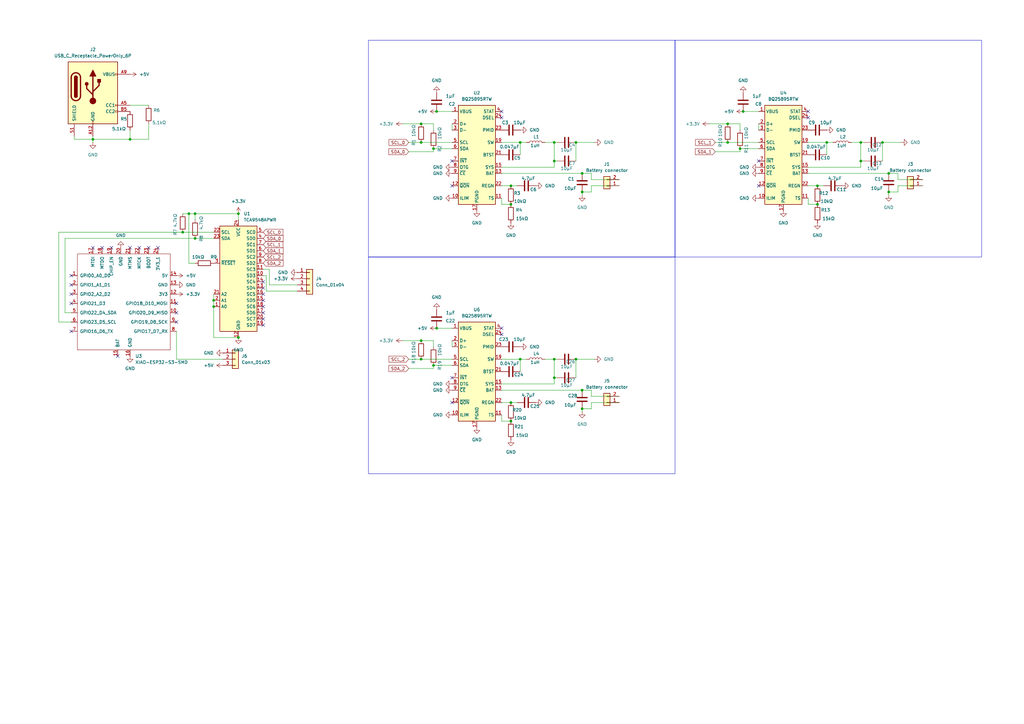
<source format=kicad_sch>
(kicad_sch (version 20250114) (generator "eeschema") (generator_version "9.0")
  (paper "A3")
  (lib_symbols
    (symbol "Battery_Management:BQ25895RTW"
      (property "Reference" "U" (at -6.604 21.844 0))
      (property "Value" "BQ25895RTW" (at 3.556 21.844 0))
      (symbol "BQ25895RTW_0_1"
        (rectangle (start -7.62 20.32) (end 7.62 -20.32) (stroke (width 0.254)) (fill (type background)))
      )
      (symbol "BQ25895RTW_1_1"
        (pin power_in line (at -10.16 17.78 0) (length 2.54) (name "VBUS") (number "1"))
        (pin bidirectional line (at -10.16 12.7 0) (length 2.54) (name "D+") (number "2"))
        (pin bidirectional line (at -10.16 10.16 0) (length 2.54) (name "D-") (number "3"))
        (pin input line (at -10.16 5.08 0) (length 2.54) (name "SCL") (number "5"))
        (pin bidirectional line (at -10.16 2.54 0) (length 2.54) (name "SDA") (number "6"))
        (pin open_collector line (at -10.16 -2.54 0) (length 2.54) (name "~{INT}") (number "7"))
        (pin input line (at -10.16 -5.08 0) (length 2.54) (name "OTG") (number "8"))
        (pin input line (at -10.16 -7.62 0) (length 2.54) (name "~{CE}") (number "9"))
        (pin input line (at -10.16 -12.7 0) (length 2.54) (name "~{QON}") (number "12"))
        (pin passive line (at -10.16 -17.78 0) (length 2.54) (name "ILIM") (number "10"))
        (pin power_in line (at 0 -22.86 90) (length 2.54) (name "PGND") (number "17"))
        (pin passive line (at 0 -22.86 90) (length 2.54) (hide yes) (name "PGND") (number "18"))
        (pin passive line (at 0 -22.86 90) (length 2.54) (hide yes) (name "PGND") (number "25"))
        (pin open_collector line (at 10.16 17.78 180) (length 2.54) (name "STAT") (number "4"))
        (pin open_collector line (at 10.16 15.24 180) (length 2.54) (name "DSEL") (number "24"))
        (pin power_out line (at 10.16 10.16 180) (length 2.54) (name "PMID") (number "23"))
        (pin power_out line (at 10.16 5.08 180) (length 2.54) (name "SW") (number "19"))
        (pin passive line (at 10.16 5.08 180) (length 2.54) (hide yes) (name "SW") (number "20"))
        (pin passive line (at 10.16 0 180) (length 2.54) (name "BTST") (number "21"))
        (pin passive line (at 10.16 -5.08 180) (length 2.54) (name "SYS") (number "15"))
        (pin passive line (at 10.16 -5.08 180) (length 2.54) (hide yes) (name "SYS") (number "16"))
        (pin passive line (at 10.16 -7.62 180) (length 2.54) (name "BAT") (number "13"))
        (pin passive line (at 10.16 -7.62 180) (length 2.54) (hide yes) (name "BAT") (number "14"))
        (pin power_out line (at 10.16 -12.7 180) (length 2.54) (name "REGN") (number "22"))
        (pin passive line (at 10.16 -17.78 180) (length 2.54) (name "TS") (number "11"))
      )
    )
    (symbol "Connector:USB_C_Receptacle_PowerOnly_6P" (pin_names (offset 1.016))
      (property "Reference" "J" (at 0 16.51 0))
      (property "Value" "USB_C_Receptacle_PowerOnly_6P" (at 0 13.97 0))
      (symbol "USB_C_Receptacle_PowerOnly_6P_0_0"
        (rectangle (start -0.254 -12.7) (end 0.254 -11.684))
        (rectangle (start 10.16 7.874) (end 9.144 7.366))
        (rectangle (start 10.16 -4.826) (end 9.144 -5.334))
        (rectangle (start 10.16 -7.366) (end 9.144 -7.874))
      )
      (symbol "USB_C_Receptacle_PowerOnly_6P_0_1"
        (rectangle (start -10.16 12.7) (end 10.16 -12.7) (stroke (width 0.254)) (fill (type background)))
        (polyline (pts (xy -8.89 -1.27) (xy -8.89 6.35)) (stroke (width 0.508)))
        (rectangle (start -7.62 -1.27) (end -6.35 6.35) (stroke (width 0.254)) (fill (type outline)))
        (arc (start -7.62 6.35) (mid -6.985 6.9823) (end -6.35 6.35) (stroke (width 0.254)))
        (arc (start -7.62 6.35) (mid -6.985 6.9823) (end -6.35 6.35) (stroke (width 0.254)) (fill (type outline)))
        (arc (start -8.89 6.35) (mid -6.985 8.2467) (end -5.08 6.35) (stroke (width 0.508)))
        (arc (start -5.08 -1.27) (mid -6.985 -3.1667) (end -8.89 -1.27) (stroke (width 0.508)))
        (arc (start -6.35 -1.27) (mid -6.985 -1.9023) (end -7.62 -1.27) (stroke (width 0.254)))
        (arc (start -6.35 -1.27) (mid -6.985 -1.9023) (end -7.62 -1.27) (stroke (width 0.254)) (fill (type outline)))
        (polyline (pts (xy -5.08 6.35) (xy -5.08 -1.27)) (stroke (width 0.508)))
        (circle (center -2.54 3.683) (radius 0.635) (stroke (width 0.254)) (fill (type outline)))
        (polyline (pts (xy -1.27 6.858) (xy 0 9.398) (xy 1.27 6.858) (xy -1.27 6.858)) (stroke (width 0.254)) (fill (type outline)))
        (polyline (pts (xy 0 0.508) (xy 2.54 3.048) (xy 2.54 4.318)) (stroke (width 0.508)))
        (polyline (pts (xy 0 -0.762) (xy -2.54 1.778) (xy -2.54 3.048)) (stroke (width 0.508)))
        (polyline (pts (xy 0 -3.302) (xy 0 6.858)) (stroke (width 0.508)))
        (circle (center 0 -3.302) (radius 1.27) (fill (type outline)))
        (rectangle (start 1.905 4.318) (end 3.175 5.588) (stroke (width 0.254)) (fill (type outline)))
      )
      (symbol "USB_C_Receptacle_PowerOnly_6P_1_1"
        (pin passive line (at -7.62 -17.78 90) (length 5.08) (name "SHIELD") (number "S1"))
        (pin passive line (at 0 -17.78 90) (length 5.08) (name "GND") (number "A12"))
        (pin passive line (at 0 -17.78 90) (length 5.08) (hide yes) (name "GND") (number "B12"))
        (pin passive line (at 15.24 7.62 180) (length 5.08) (name "VBUS") (number "A9"))
        (pin passive line (at 15.24 7.62 180) (length 5.08) (hide yes) (name "VBUS") (number "B9"))
        (pin bidirectional line (at 15.24 -5.08 180) (length 5.08) (name "CC1") (number "A5"))
        (pin bidirectional line (at 15.24 -7.62 180) (length 5.08) (name "CC2") (number "B5"))
      )
    )
    (symbol "Connector_Generic:Conn_01x02" (pin_names (offset 1.016) (hide yes))
      (property "Reference" "J" (at 0 2.54 0))
      (property "Value" "Conn_01x02" (at 0 -5.08 0))
      (symbol "Conn_01x02_1_1"
        (rectangle (start -1.27 1.27) (end 1.27 -3.81) (stroke (width 0.254)) (fill (type background)))
        (rectangle (start -1.27 0.127) (end 0 -0.127) (stroke (width 0.1524)))
        (rectangle (start -1.27 -2.413) (end 0 -2.667) (stroke (width 0.1524)))
        (pin passive line (at -5.08 0 0) (length 3.81) (name "Pin_1") (number "1"))
        (pin passive line (at -5.08 -2.54 0) (length 3.81) (name "Pin_2") (number "2"))
      )
    )
    (symbol "Connector_Generic:Conn_01x03" (pin_names (offset 1.016) (hide yes))
      (property "Reference" "J" (at 0 5.08 0))
      (property "Value" "Conn_01x03" (at 0 -5.08 0))
      (symbol "Conn_01x03_1_1"
        (rectangle (start -1.27 3.81) (end 1.27 -3.81) (stroke (width 0.254)) (fill (type background)))
        (rectangle (start -1.27 2.667) (end 0 2.413) (stroke (width 0.1524)))
        (rectangle (start -1.27 0.127) (end 0 -0.127) (stroke (width 0.1524)))
        (rectangle (start -1.27 -2.413) (end 0 -2.667) (stroke (width 0.1524)))
        (pin passive line (at -5.08 2.54 0) (length 3.81) (name "Pin_1") (number "1"))
        (pin passive line (at -5.08 0 0) (length 3.81) (name "Pin_2") (number "2"))
        (pin passive line (at -5.08 -2.54 0) (length 3.81) (name "Pin_3") (number "3"))
      )
    )
    (symbol "Connector_Generic:Conn_01x04" (pin_names (offset 1.016) (hide yes))
      (property "Reference" "J" (at 0 5.08 0))
      (property "Value" "Conn_01x04" (at 0 -7.62 0))
      (symbol "Conn_01x04_1_1"
        (rectangle (start -1.27 3.81) (end 1.27 -6.35) (stroke (width 0.254)) (fill (type background)))
        (rectangle (start -1.27 2.667) (end 0 2.413) (stroke (width 0.1524)))
        (rectangle (start -1.27 0.127) (end 0 -0.127) (stroke (width 0.1524)))
        (rectangle (start -1.27 -2.413) (end 0 -2.667) (stroke (width 0.1524)))
        (rectangle (start -1.27 -4.953) (end 0 -5.207) (stroke (width 0.1524)))
        (pin passive line (at -5.08 2.54 0) (length 3.81) (name "Pin_1") (number "1"))
        (pin passive line (at -5.08 0 0) (length 3.81) (name "Pin_2") (number "2"))
        (pin passive line (at -5.08 -2.54 0) (length 3.81) (name "Pin_3") (number "3"))
        (pin passive line (at -5.08 -5.08 0) (length 3.81) (name "Pin_4") (number "4"))
      )
    )
    (symbol "Device:C" (pin_numbers (hide yes)) (pin_names (offset 0.254))
      (property "Reference" "C" (at 0.635 2.54 0))
      (property "Value" "C" (at 0.635 -2.54 0))
      (symbol "C_0_1"
        (polyline (pts (xy -2.032 0.762) (xy 2.032 0.762)) (stroke (width 0.508)))
        (polyline (pts (xy -2.032 -0.762) (xy 2.032 -0.762)) (stroke (width 0.508)))
      )
      (symbol "C_1_1"
        (pin passive line (at 0 3.81 270) (length 2.794) (name "~") (number "1"))
        (pin passive line (at 0 -3.81 90) (length 2.794) (name "~") (number "2"))
      )
    )
    (symbol "Device:L" (pin_numbers (hide yes)) (pin_names (offset 1.016) (hide yes))
      (property "Reference" "L" (at -1.27 0 90))
      (property "Value" "L" (at 1.905 0 90))
      (symbol "L_0_1"
        (arc (start 0 2.54) (mid 0.6323 1.905) (end 0 1.27))
        (arc (start 0 1.27) (mid 0.6323 0.635) (end 0 0))
        (arc (start 0 0) (mid 0.6323 -0.635) (end 0 -1.27))
        (arc (start 0 -1.27) (mid 0.6323 -1.905) (end 0 -2.54))
      )
      (symbol "L_1_1"
        (pin passive line (at 0 3.81 270) (length 1.27) (name "1") (number "1"))
        (pin passive line (at 0 -3.81 90) (length 1.27) (name "2") (number "2"))
      )
    )
    (symbol "Device:R" (pin_numbers (hide yes)) (pin_names (offset 0))
      (property "Reference" "R" (at 2.032 0 90))
      (property "Value" "R" (at 0 0 90))
      (symbol "R_0_1"
        (rectangle (start -1.016 -2.54) (end 1.016 2.54) (stroke (width 0.254)))
      )
      (symbol "R_1_1"
        (pin passive line (at 0 3.81 270) (length 1.27) (name "~") (number "1"))
        (pin passive line (at 0 -3.81 90) (length 1.27) (name "~") (number "2"))
      )
    )
    (symbol "Interface_Expansion:TCA9548APWR"
      (property "Reference" "U" (at -7.62 21.59 0))
      (property "Value" "TCA9548APWR" (at 1.016 21.59 0))
      (symbol "TCA9548APWR_0_1"
        (rectangle (start -7.62 20.32) (end 7.62 -22.86) (stroke (width 0.254)) (fill (type background)))
      )
      (symbol "TCA9548APWR_1_1"
        (pin input line (at -10.16 17.78 0) (length 2.54) (name "SCL") (number "22"))
        (pin bidirectional line (at -10.16 15.24 0) (length 2.54) (name "SDA") (number "23"))
        (pin input line (at -10.16 5.08 0) (length 2.54) (name "~{RESET}") (number "3"))
        (pin input line (at -10.16 -7.62 0) (length 2.54) (name "A2") (number "21"))
        (pin input line (at -10.16 -10.16 0) (length 2.54) (name "A1") (number "2"))
        (pin input line (at -10.16 -12.7 0) (length 2.54) (name "A0") (number "1"))
        (pin power_in line (at 0 22.86 270) (length 2.54) (name "VCC") (number "24"))
        (pin power_in line (at 0 -25.4 90) (length 2.54) (name "GND") (number "12"))
        (pin output line (at 10.16 17.78 180) (length 2.54) (name "SC0") (number "5"))
        (pin bidirectional line (at 10.16 15.24 180) (length 2.54) (name "SD0") (number "4"))
        (pin output line (at 10.16 12.7 180) (length 2.54) (name "SC1") (number "7"))
        (pin bidirectional line (at 10.16 10.16 180) (length 2.54) (name "SD1") (number "6"))
        (pin output line (at 10.16 7.62 180) (length 2.54) (name "SC2") (number "9"))
        (pin bidirectional line (at 10.16 5.08 180) (length 2.54) (name "SD2") (number "8"))
        (pin output line (at 10.16 2.54 180) (length 2.54) (name "SC3") (number "11"))
        (pin bidirectional line (at 10.16 0 180) (length 2.54) (name "SD3") (number "10"))
        (pin output line (at 10.16 -2.54 180) (length 2.54) (name "SC4") (number "14"))
        (pin bidirectional line (at 10.16 -5.08 180) (length 2.54) (name "SD4") (number "13"))
        (pin output line (at 10.16 -7.62 180) (length 2.54) (name "SC5") (number "16"))
        (pin bidirectional line (at 10.16 -10.16 180) (length 2.54) (name "SD5") (number "15"))
        (pin output line (at 10.16 -12.7 180) (length 2.54) (name "SC6") (number "18"))
        (pin bidirectional line (at 10.16 -15.24 180) (length 2.54) (name "SD6") (number "17"))
        (pin output line (at 10.16 -17.78 180) (length 2.54) (name "SC7") (number "20"))
        (pin bidirectional line (at 10.16 -20.32 180) (length 2.54) (name "SD7") (number "19"))
      )
    )
    (symbol "Seeed_Studio_XIAO_Series:XIAO-ESP32-C6-SMD" (pin_names (offset 1.016))
      (property "Reference" "U" (at -18.542 23.114 0))
      (property "Value" "XIAO-ESP32-S3-SMD" (at -8.382 21.336 0))
      (symbol "XIAO-ESP32-C6-SMD_0_1"
        (rectangle (start 19.05 -19.05) (end -19.05 20.32))
      )
      (symbol "XIAO-ESP32-C6-SMD_1_1"
        (pin passive line (at -21.59 11.43 0) (length 2.54) (name "GPIO0_A0_D0") (number "1"))
        (pin passive line (at -21.59 7.62 0) (length 2.54) (name "GPIO1_A1_D1") (number "2"))
        (pin passive line (at -21.59 3.81 0) (length 2.54) (name "GPIO2_A2_D2") (number "3"))
        (pin passive line (at -21.59 0 0) (length 2.54) (name "GPIO21_D3") (number "4"))
        (pin passive line (at -21.59 -3.81 0) (length 2.54) (name "GPIO22_D4_SDA") (number "5"))
        (pin passive line (at -21.59 -7.62 0) (length 2.54) (name "GPIO23_D5_SCL") (number "6"))
        (pin passive line (at -21.59 -11.43 0) (length 2.54) (name "GPIO16_D6_TX") (number "7"))
        (pin passive line (at -12.7 22.86 270) (length 2.54) (name "MTDI") (number "17"))
        (pin passive line (at -8.89 22.86 270) (length 2.54) (name "MTDO") (number "18"))
        (pin passive line (at -5.08 22.86 270) (length 2.54) (name "CHIP_EN") (number "19"))
        (pin passive line (at -2.54 -21.59 90) (length 2.54) (name "BAT") (number "15"))
        (pin passive line (at -1.27 22.86 270) (length 2.54) (name "GND") (number "20"))
        (pin passive line (at 2.54 22.86 270) (length 2.54) (name "MTMS") (number "21"))
        (pin passive line (at 2.54 -21.59 90) (length 2.54) (name "GND") (number "16"))
        (pin passive line (at 6.35 22.86 270) (length 2.54) (name "MTCK") (number "22"))
        (pin passive line (at 10.16 22.86 270) (length 2.54) (name "BOOT") (number "23"))
        (pin passive line (at 13.97 22.86 270) (length 2.54) (name "3V3_1") (number "24"))
        (pin passive line (at 21.59 11.43 180) (length 2.54) (name "5V") (number "14"))
        (pin passive line (at 21.59 7.62 180) (length 2.54) (name "GND") (number "13"))
        (pin passive line (at 21.59 3.81 180) (length 2.54) (name "3V3") (number "12"))
        (pin passive line (at 21.59 0 180) (length 2.54) (name "GPIO18_D10_MOSI") (number "11"))
        (pin passive line (at 21.59 -3.81 180) (length 2.54) (name "GPIO20_D9_MISO") (number "10"))
        (pin passive line (at 21.59 -7.62 180) (length 2.54) (name "GPIO19_D8_SCK") (number "9"))
        (pin passive line (at 21.59 -11.43 180) (length 2.54) (name "GPIO17_D7_RX") (number "8"))
      )
    )
    (symbol "power:+3.3V" (power) (pin_numbers (hide yes)) (pin_names (offset 0) (hide yes))
      (property "Value" "+3.3V" (at 0 3.556 0))
      (symbol "+3.3V_0_1"
        (polyline (pts (xy -0.762 1.27) (xy 0 2.54)))
        (polyline (pts (xy 0 2.54) (xy 0.762 1.27)))
        (polyline (pts (xy 0 0) (xy 0 2.54)))
      )
      (symbol "+3.3V_1_1"
        (pin power_in line (at 0 0 90) (length 0) (name "~") (number "1"))
      )
    )
    (symbol "power:+5V" (power) (pin_numbers (hide yes)) (pin_names (offset 0) (hide yes))
      (property "Value" "+5V" (at 0 3.556 0))
      (symbol "+5V_0_1"
        (polyline (pts (xy -0.762 1.27) (xy 0 2.54)))
        (polyline (pts (xy 0 2.54) (xy 0.762 1.27)))
        (polyline (pts (xy 0 0) (xy 0 2.54)))
      )
      (symbol "+5V_1_1"
        (pin power_in line (at 0 0 90) (length 0) (name "~") (number "1"))
      )
    )
    (symbol "power:GND" (power) (pin_numbers (hide yes)) (pin_names (offset 0) (hide yes))
      (property "Value" "GND" (at 0 -3.81 0))
      (symbol "GND_0_1"
        (polyline (pts (xy 0 0) (xy 0 -1.27) (xy 1.27 -1.27) (xy 0 -2.54) (xy -1.27 -1.27) (xy 0 -1.27)))
      )
      (symbol "GND_1_1"
        (pin power_in line (at 0 0 270) (length 0) (name "~") (number "1"))
      )
    )
  )
  (rectangle (start 276.86 16.51) (end 402.59 105.41))
  (rectangle (start 151.13 16.51) (end 276.86 105.41))
  (rectangle (start 151.13 105.41) (end 276.86 194.31))
  (junction (at 80.01 87.63))
  (junction (at 238.76 160.02))
  (junction (at 209.55 172.72))
  (junction (at 209.55 165.1))
  (junction (at 298.45 58.42))
  (junction (at 298.45 50.8))
  (junction (at 77.47 87.63))
  (junction (at 339.09 58.42))
  (junction (at 172.72 147.32))
  (junction (at 87.63 125.73))
  (junction (at 213.36 147.32))
  (junction (at 38.1 57.15))
  (junction (at 364.49 78.74))
  (junction (at 172.72 58.42))
  (junction (at 177.8 60.96))
  (junction (at 227.33 147.32))
  (junction (at 227.33 66.04))
  (junction (at 213.36 58.42))
  (junction (at 335.28 76.2))
  (junction (at 361.95 58.42))
  (junction (at 227.33 58.42))
  (junction (at 353.06 66.04))
  (junction (at 179.07 134.62))
  (junction (at 97.79 87.63))
  (junction (at 177.8 149.86))
  (junction (at 335.28 83.82))
  (junction (at 172.72 50.8))
  (junction (at 364.49 71.12))
  (junction (at 227.33 154.94))
  (junction (at 303.53 60.96))
  (junction (at 74.93 95.25))
  (junction (at 97.79 138.43))
  (junction (at 172.72 139.7))
  (junction (at 353.06 58.42))
  (junction (at 236.22 58.42))
  (junction (at 179.07 45.72))
  (junction (at 53.34 57.15))
  (junction (at 87.63 123.19))
  (junction (at 236.22 147.32))
  (junction (at 238.76 71.12))
  (junction (at 209.55 76.2))
  (junction (at 238.76 167.64))
  (junction (at 238.76 78.74))
  (junction (at 209.55 83.82))
  (junction (at 304.8 45.72))
  (junction (at 80.01 97.79))
  (no_connect (at 205.74 134.62))
  (no_connect (at 311.15 76.2))
  (no_connect (at 107.95 115.57))
  (no_connect (at 185.42 66.04))
  (no_connect (at 185.42 165.1))
  (no_connect (at 38.1 101.6))
  (no_connect (at 331.47 45.72))
  (no_connect (at 29.21 120.65))
  (no_connect (at 205.74 48.26))
  (no_connect (at 185.42 76.2))
  (no_connect (at 41.91 101.6))
  (no_connect (at 45.72 101.6))
  (no_connect (at 64.77 101.6))
  (no_connect (at 205.74 45.72))
  (no_connect (at 107.95 128.27))
  (no_connect (at 29.21 113.03))
  (no_connect (at 60.96 101.6))
  (no_connect (at 331.47 48.26))
  (no_connect (at 107.95 123.19))
  (no_connect (at 48.26 146.05))
  (no_connect (at 205.74 137.16))
  (no_connect (at 72.39 124.46))
  (no_connect (at 72.39 132.08))
  (no_connect (at 29.21 124.46))
  (no_connect (at 311.15 66.04))
  (no_connect (at 185.42 154.94))
  (no_connect (at 107.95 118.11))
  (no_connect (at 107.95 120.65))
  (no_connect (at 107.95 130.81))
  (no_connect (at 53.34 101.6))
  (no_connect (at 57.15 101.6))
  (no_connect (at 29.21 135.89))
  (no_connect (at 107.95 133.35))
  (no_connect (at 29.21 116.84))
  (no_connect (at 72.39 128.27))
  (no_connect (at 107.95 125.73))
  (wire (pts (xy 354.33 58.42) (xy 353.06 58.42)))
  (wire (pts (xy 227.33 66.04) (xy 227.33 68.58)))
  (wire (pts (xy 364.49 80.01) (xy 364.49 78.74)))
  (wire (pts (xy 179.07 45.72) (xy 185.42 45.72)))
  (wire (pts (xy 227.33 66.04) (xy 228.6 66.04)))
  (wire (pts (xy 205.74 147.32) (xy 213.36 147.32)))
  (wire (pts (xy 80.01 107.95) (xy 77.47 107.95)))
  (wire (pts (xy 38.1 58.42) (xy 38.1 57.15)))
  (wire (pts (xy 177.8 149.86) (xy 177.8 151.13)))
  (wire (pts (xy 353.06 58.42) (xy 353.06 66.04)))
  (wire (pts (xy 227.33 154.94) (xy 227.33 157.48)))
  (wire (pts (xy 97.79 87.63) (xy 97.79 90.17)))
  (wire (pts (xy 303.53 53.34) (xy 303.53 50.8)))
  (wire (pts (xy 242.57 73.66) (xy 254 73.66)))
  (wire (pts (xy 87.63 125.73) (xy 87.63 138.43)))
  (wire (pts (xy 205.74 170.18) (xy 205.74 172.72)))
  (wire (pts (xy 238.76 78.74) (xy 242.57 78.74)))
  (wire (pts (xy 353.06 66.04) (xy 353.06 68.58)))
  (wire (pts (xy 227.33 147.32) (xy 227.33 154.94)))
  (wire (pts (xy 242.57 78.74) (xy 242.57 76.2)))
  (wire (pts (xy 298.45 58.42) (xy 311.15 58.42)))
  (wire (pts (xy 74.93 95.25) (xy 87.63 95.25)))
  (wire (pts (xy 80.01 90.17) (xy 80.01 87.63)))
  (wire (pts (xy 30.48 55.88) (xy 30.48 57.15)))
  (wire (pts (xy 205.74 81.28) (xy 205.74 83.82)))
  (wire (pts (xy 165.1 139.7) (xy 172.72 139.7)))
  (wire (pts (xy 242.57 76.2) (xy 254 76.2)))
  (wire (pts (xy 293.37 58.42) (xy 298.45 58.42)))
  (wire (pts (xy 205.74 172.72) (xy 209.55 172.72)))
  (wire (pts (xy 91.44 147.32) (xy 72.39 147.32)))
  (wire (pts (xy 177.8 151.13) (xy 167.64 151.13)))
  (wire (pts (xy 107.95 113.03) (xy 109.22 113.03)))
  (wire (pts (xy 353.06 66.04) (xy 354.33 66.04)))
  (wire (pts (xy 213.36 63.5) (xy 213.36 58.42)))
  (wire (pts (xy 290.83 50.8) (xy 298.45 50.8)))
  (wire (pts (xy 205.74 71.12) (xy 238.76 71.12)))
  (wire (pts (xy 238.76 80.01) (xy 238.76 78.74)))
  (wire (pts (xy 209.55 76.2) (xy 205.74 76.2)))
  (wire (pts (xy 205.74 58.42) (xy 213.36 58.42)))
  (wire (pts (xy 368.3 73.66) (xy 378.46 73.66)))
  (wire (pts (xy 53.34 57.15) (xy 38.1 57.15)))
  (wire (pts (xy 53.34 43.18) (xy 60.96 43.18)))
  (wire (pts (xy 212.09 165.1) (xy 209.55 165.1)))
  (wire (pts (xy 205.74 83.82) (xy 209.55 83.82)))
  (wire (pts (xy 179.07 134.62) (xy 185.42 134.62)))
  (wire (pts (xy 72.39 147.32) (xy 72.39 135.89)))
  (wire (pts (xy 215.9 58.42) (xy 213.36 58.42)))
  (wire (pts (xy 304.8 45.72) (xy 311.15 45.72)))
  (wire (pts (xy 236.22 58.42) (xy 236.22 66.04)))
  (wire (pts (xy 368.3 78.74) (xy 368.3 76.2)))
  (wire (pts (xy 177.8 60.96) (xy 177.8 62.23)))
  (wire (pts (xy 223.52 58.42) (xy 227.33 58.42)))
  (wire (pts (xy 361.95 58.42) (xy 369.57 58.42)))
  (wire (pts (xy 303.53 62.23) (xy 293.37 62.23)))
  (wire (pts (xy 228.6 147.32) (xy 227.33 147.32)))
  (wire (pts (xy 185.42 139.7) (xy 185.42 142.24)))
  (wire (pts (xy 337.82 76.2) (xy 335.28 76.2)))
  (wire (pts (xy 109.22 113.03) (xy 109.22 119.38)))
  (wire (pts (xy 361.95 58.42) (xy 361.95 66.04)))
  (wire (pts (xy 341.63 58.42) (xy 339.09 58.42)))
  (wire (pts (xy 212.09 76.2) (xy 209.55 76.2)))
  (wire (pts (xy 165.1 50.8) (xy 172.72 50.8)))
  (wire (pts (xy 364.49 71.12) (xy 368.3 71.12)))
  (wire (pts (xy 24.13 132.08) (xy 29.21 132.08)))
  (wire (pts (xy 303.53 60.96) (xy 311.15 60.96)))
  (wire (pts (xy 227.33 154.94) (xy 228.6 154.94)))
  (wire (pts (xy 242.57 162.56) (xy 254 162.56)))
  (wire (pts (xy 215.9 147.32) (xy 213.36 147.32)))
  (wire (pts (xy 227.33 68.58) (xy 205.74 68.58)))
  (wire (pts (xy 339.09 63.5) (xy 339.09 58.42)))
  (wire (pts (xy 213.36 152.4) (xy 213.36 147.32)))
  (wire (pts (xy 364.49 78.74) (xy 368.3 78.74)))
  (wire (pts (xy 238.76 168.91) (xy 238.76 167.64)))
  (wire (pts (xy 26.67 97.79) (xy 26.67 128.27)))
  (wire (pts (xy 80.01 97.79) (xy 87.63 97.79)))
  (wire (pts (xy 172.72 58.42) (xy 185.42 58.42)))
  (wire (pts (xy 238.76 167.64) (xy 242.57 167.64)))
  (wire (pts (xy 228.6 58.42) (xy 227.33 58.42)))
  (wire (pts (xy 368.3 76.2) (xy 378.46 76.2)))
  (wire (pts (xy 26.67 128.27) (xy 29.21 128.27)))
  (wire (pts (xy 24.13 95.25) (xy 24.13 132.08)))
  (wire (pts (xy 177.8 149.86) (xy 185.42 149.86)))
  (wire (pts (xy 335.28 76.2) (xy 331.47 76.2)))
  (wire (pts (xy 167.64 147.32) (xy 172.72 147.32)))
  (wire (pts (xy 177.8 60.96) (xy 185.42 60.96)))
  (wire (pts (xy 177.8 62.23) (xy 167.64 62.23)))
  (wire (pts (xy 227.33 58.42) (xy 227.33 66.04)))
  (wire (pts (xy 121.92 116.84) (xy 110.49 116.84)))
  (wire (pts (xy 242.57 73.66) (xy 242.57 71.12)))
  (wire (pts (xy 236.22 147.32) (xy 236.22 154.94)))
  (wire (pts (xy 38.1 57.15) (xy 38.1 55.88)))
  (wire (pts (xy 298.45 50.8) (xy 303.53 50.8)))
  (wire (pts (xy 242.57 167.64) (xy 242.57 165.1)))
  (wire (pts (xy 30.48 57.15) (xy 38.1 57.15)))
  (wire (pts (xy 185.42 50.8) (xy 185.42 53.34)))
  (wire (pts (xy 110.49 116.84) (xy 110.49 110.49)))
  (wire (pts (xy 303.53 60.96) (xy 303.53 62.23)))
  (wire (pts (xy 331.47 71.12) (xy 364.49 71.12)))
  (wire (pts (xy 87.63 120.65) (xy 87.63 123.19)))
  (wire (pts (xy 331.47 81.28) (xy 331.47 83.82)))
  (wire (pts (xy 242.57 162.56) (xy 242.57 160.02)))
  (wire (pts (xy 227.33 157.48) (xy 205.74 157.48)))
  (wire (pts (xy 172.72 139.7) (xy 177.8 139.7)))
  (wire (pts (xy 311.15 50.8) (xy 311.15 53.34)))
  (wire (pts (xy 238.76 160.02) (xy 242.57 160.02)))
  (wire (pts (xy 87.63 123.19) (xy 87.63 125.73)))
  (wire (pts (xy 223.52 147.32) (xy 227.33 147.32)))
  (wire (pts (xy 80.01 97.79) (xy 26.67 97.79)))
  (wire (pts (xy 74.93 95.25) (xy 24.13 95.25)))
  (wire (pts (xy 236.22 58.42) (xy 243.84 58.42)))
  (wire (pts (xy 53.34 53.34) (xy 53.34 57.15)))
  (wire (pts (xy 172.72 50.8) (xy 177.8 50.8)))
  (wire (pts (xy 238.76 71.12) (xy 242.57 71.12)))
  (wire (pts (xy 209.55 165.1) (xy 205.74 165.1)))
  (wire (pts (xy 60.96 57.15) (xy 53.34 57.15)))
  (wire (pts (xy 205.74 160.02) (xy 238.76 160.02)))
  (wire (pts (xy 77.47 87.63) (xy 80.01 87.63)))
  (wire (pts (xy 172.72 147.32) (xy 185.42 147.32)))
  (wire (pts (xy 60.96 50.8) (xy 60.96 57.15)))
  (wire (pts (xy 236.22 147.32) (xy 243.84 147.32)))
  (wire (pts (xy 353.06 68.58) (xy 331.47 68.58)))
  (wire (pts (xy 368.3 73.66) (xy 368.3 71.12)))
  (wire (pts (xy 177.8 53.34) (xy 177.8 50.8)))
  (wire (pts (xy 167.64 58.42) (xy 172.72 58.42)))
  (wire (pts (xy 110.49 110.49) (xy 107.95 110.49)))
  (wire (pts (xy 109.22 119.38) (xy 121.92 119.38)))
  (wire (pts (xy 80.01 87.63) (xy 97.79 87.63)))
  (wire (pts (xy 331.47 83.82) (xy 335.28 83.82)))
  (wire (pts (xy 87.63 138.43) (xy 97.79 138.43)))
  (wire (pts (xy 77.47 107.95) (xy 77.47 87.63)))
  (wire (pts (xy 331.47 58.42) (xy 339.09 58.42)))
  (wire (pts (xy 242.57 165.1) (xy 254 165.1)))
  (wire (pts (xy 177.8 142.24) (xy 177.8 139.7)))
  (wire (pts (xy 349.25 58.42) (xy 353.06 58.42)))
  (wire (pts (xy 74.93 87.63) (xy 77.47 87.63)))
  (global_label "SDA_1" (shape input) (at 293.37 62.23 180) (property "Intersheetrefs" "${INTERSHEET_REFS}" (effects (hide yes))))
  (global_label "SDA_2" (shape input) (at 167.64 151.13 180) (property "Intersheetrefs" "${INTERSHEET_REFS}" (effects (hide yes))))
  (global_label "SCL_0" (shape input) (at 167.64 58.42 180) (property "Intersheetrefs" "${INTERSHEET_REFS}" (effects (hide yes))))
  (global_label "SCL_2" (shape input) (at 167.64 147.32 180) (property "Intersheetrefs" "${INTERSHEET_REFS}" (effects (hide yes))))
  (global_label "SDA_0" (shape input) (at 107.95 97.79 0) (property "Intersheetrefs" "${INTERSHEET_REFS}" (effects (hide yes))))
  (global_label "SCL_2" (shape input) (at 107.95 105.41 0) (property "Intersheetrefs" "${INTERSHEET_REFS}" (effects (hide yes))))
  (global_label "SCL_1" (shape input) (at 107.95 100.33 0) (property "Intersheetrefs" "${INTERSHEET_REFS}" (effects (hide yes))))
  (global_label "SDA_2" (shape input) (at 107.95 107.95 0) (property "Intersheetrefs" "${INTERSHEET_REFS}" (effects (hide yes))))
  (global_label "SCL_1" (shape input) (at 293.37 58.42 180) (property "Intersheetrefs" "${INTERSHEET_REFS}" (effects (hide yes))))
  (global_label "SDA_1" (shape input) (at 107.95 102.87 0) (property "Intersheetrefs" "${INTERSHEET_REFS}" (effects (hide yes))))
  (global_label "SDA_0" (shape input) (at 167.64 62.23 180) (property "Intersheetrefs" "${INTERSHEET_REFS}" (effects (hide yes))))
  (global_label "SCL_0" (shape input) (at 107.95 95.25 0) (property "Intersheetrefs" "${INTERSHEET_REFS}" (effects (hide yes))))
  (symbol (lib_id "Device:C") (at 209.55 53.34 90) (unit 1)
    (property "Reference" "C3" (at 208.534 50.292 90) (effects (justify left)))
    (property "Value" "10μF" (at 215.646 50.292 90) (effects (justify left)))
    (property "Footprint" "Capacitor_SMD:C_0805_2012Metric" (effects (hide yes)))
    (property "Description" "Unpolarized capacitor" (effects (hide yes)))
  )
  (symbol (lib_id "power:GND") (at 97.79 138.43 0) (unit 1)
    (property "Reference" "#PWR02" (effects (hide yes)))
    (property "Value" "GND" (at 97.79 143.51 0))
    (property "Description" "Power symbol creates a global label with name \"GND\" , ground" (effects (hide yes)))
  )
  (symbol (lib_id "power:+3.3V") (at 121.92 114.3 90) (unit 1)
    (property "Reference" "#PWR037" (effects (hide yes)))
    (property "Value" "+3.3V" (at 118.11 114.2999 90) (effects (justify left)))
    (property "Description" "Power symbol creates a global label with name \"+3.3V\"" (effects (hide yes)))
  )
  (symbol (lib_id "Device:R") (at 172.72 54.61 180) (unit 1)
    (property "Reference" "R1" (at 169.672 58.42 90))
    (property "Value" "10kΩ" (at 169.672 53.594 90))
    (property "Footprint" "Resistor_SMD:R_1206_3216Metric" (effects (hide yes)))
    (property "Description" "Resistor" (effects (hide yes)))
  )
  (symbol (lib_id "Seeed_Studio_XIAO_Series:XIAO-ESP32-C6-SMD") (at 50.8 124.46 0) (unit 1)
    (property "Reference" "U3" (at 55.4833 146.05 0) (effects (justify left)))
    (property "Value" "XIAO-ESP32-S3-SMD" (at 55.4833 148.59 0) (effects (justify left)))
    (property "Footprint" "Custom:XIAO-ESP32C6-SMD" (effects (hide yes)))
  )
  (symbol (lib_id "power:GND") (at 213.36 53.34 90) (unit 1)
    (property "Reference" "#PWR06" (effects (hide yes)))
    (property "Value" "GND" (at 217.17 53.3399 90) (effects (justify right)))
    (property "Description" "Power symbol creates a global label with name \"GND\" , ground" (effects (hide yes)))
  )
  (symbol (lib_id "Device:C") (at 232.41 154.94 90) (unit 1)
    (property "Reference" "C27" (at 235.966 155.956 90) (effects (justify left)))
    (property "Value" "10μF" (at 234.95 157.988 90) (effects (justify left)))
    (property "Footprint" "Capacitor_SMD:C_0805_2012Metric" (effects (hide yes)))
    (property "Description" "Unpolarized capacitor" (effects (hide yes)))
  )
  (symbol (lib_id "Connector:USB_C_Receptacle_PowerOnly_6P") (at 38.1 38.1 0) (unit 1)
    (property "Reference" "J2" (at 38.1 20.32 0))
    (property "Value" "USB_C_Receptacle_PowerOnly_6P" (at 38.1 22.86 0))
    (property "Footprint" "Connector_USB:USB_C_Receptacle_GCT_USB4125-xx-x_6P_TopMnt_Horizontal" (effects (hide yes)))
    (property "Datasheet" "https://www.usb.org/sites/default/files/documents/usb_type-c.zip" (effects (hide yes)))
    (property "Description" "USB Power-Only 6P Type-C Receptacle connector" (effects (hide yes)))
  )
  (symbol (lib_id "power:GND") (at 195.58 175.26 0) (unit 1)
    (property "Reference" "#PWR052" (effects (hide yes)))
    (property "Value" "GND" (at 195.58 180.34 0))
    (property "Description" "Power symbol creates a global label with name \"GND\" , ground" (effects (hide yes)))
  )
  (symbol (lib_id "power:GND") (at 238.76 80.01 0) (unit 1)
    (property "Reference" "#PWR07" (effects (hide yes)))
    (property "Value" "GND" (at 238.76 85.09 0))
    (property "Description" "Power symbol creates a global label with name \"GND\" , ground" (effects (hide yes)))
  )
  (symbol (lib_id "Device:R") (at 74.93 91.44 180) (unit 1)
    (property "Reference" "R7" (at 71.882 95.25 90))
    (property "Value" "4.7kΩ" (at 71.882 90.424 90))
    (property "Footprint" "Resistor_SMD:R_1206_3216Metric" (effects (hide yes)))
    (property "Description" "Resistor" (effects (hide yes)))
  )
  (symbol (lib_id "power:GND") (at 185.42 81.28 270) (unit 1)
    (property "Reference" "#PWR013" (effects (hide yes)))
    (property "Value" "GND" (at 181.61 81.2799 90) (effects (justify right)))
    (property "Description" "Power symbol creates a global label with name \"GND\" , ground" (effects (hide yes)))
  )
  (symbol (lib_id "power:GND") (at 304.8 38.1 180) (unit 1)
    (property "Reference" "#PWR023" (effects (hide yes)))
    (property "Value" "GND" (at 304.8 33.02 0))
    (property "Description" "Power symbol creates a global label with name \"GND\" , ground" (effects (hide yes)))
  )
  (symbol (lib_id "power:GND") (at 195.58 86.36 0) (unit 1)
    (property "Reference" "#PWR09" (effects (hide yes)))
    (property "Value" "GND" (at 195.58 91.44 0))
    (property "Description" "Power symbol creates a global label with name \"GND\" , ground" (effects (hide yes)))
  )
  (symbol (lib_id "power:+3.3V") (at 165.1 50.8 90) (unit 1)
    (property "Reference" "#PWR018" (effects (hide yes)))
    (property "Value" "+3.3V" (at 161.29 50.7999 90) (effects (justify left)))
    (property "Description" "Power symbol creates a global label with name \"+3.3V\"" (effects (hide yes)))
  )
  (symbol (lib_id "power:GND") (at 209.55 91.44 0) (unit 1)
    (property "Reference" "#PWR011" (effects (hide yes)))
    (property "Value" "GND" (at 209.55 96.52 0))
    (property "Description" "Power symbol creates a global label with name \"GND\" , ground" (effects (hide yes)))
  )
  (symbol (lib_id "power:+3.3V") (at 97.79 87.63 0) (unit 1)
    (property "Reference" "#PWR019" (effects (hide yes)))
    (property "Value" "+3.3V" (at 97.79 82.55 0))
    (property "Description" "Power symbol creates a global label with name \"+3.3V\"" (effects (hide yes)))
  )
  (symbol (lib_id "Device:C") (at 215.9 76.2 270) (unit 1)
    (property "Reference" "C6" (at 217.424 77.724 90) (effects (justify left)))
    (property "Value" "4.7μF" (at 213.868 73.152 90) (effects (justify left)))
    (property "Footprint" "Capacitor_SMD:C_0805_2012Metric" (effects (hide yes)))
    (property "Description" "Unpolarized capacitor" (effects (hide yes)))
  )
  (symbol (lib_id "power:GND") (at 49.53 101.6 180) (unit 1)
    (property "Reference" "#PWR021" (effects (hide yes)))
    (property "Value" "GND" (at 49.53 96.52 0))
    (property "Description" "Power symbol creates a global label with name \"GND\" , ground" (effects (hide yes)))
  )
  (symbol (lib_id "Device:C") (at 232.41 66.04 90) (unit 1)
    (property "Reference" "C7" (at 235.966 67.056 90) (effects (justify left)))
    (property "Value" "10μF" (at 234.95 69.088 90) (effects (justify left)))
    (property "Footprint" "Capacitor_SMD:C_0805_2012Metric" (effects (hide yes)))
    (property "Description" "Unpolarized capacitor" (effects (hide yes)))
  )
  (symbol (lib_id "Device:R") (at 53.34 49.53 180) (unit 1)
    (property "Reference" "R5" (at 50.8 48.768 0))
    (property "Value" "5.1kΩ" (at 48.768 52.832 0))
    (property "Footprint" "Resistor_SMD:R_0603_1608Metric" (effects (hide yes)))
    (property "Description" "Resistor" (effects (hide yes)))
  )
  (symbol (lib_id "power:+3.3V") (at 165.1 139.7 90) (unit 1)
    (property "Reference" "#PWR046" (effects (hide yes)))
    (property "Value" "+3.3V" (at 161.29 139.6999 90) (effects (justify left)))
    (property "Description" "Power symbol creates a global label with name \"+3.3V\"" (effects (hide yes)))
  )
  (symbol (lib_id "Device:R") (at 177.8 57.15 180) (unit 1)
    (property "Reference" "R2" (at 180.34 60.96 90))
    (property "Value" "10kΩ" (at 180.34 54.61 90))
    (property "Footprint" "Resistor_SMD:R_1206_3216Metric" (effects (hide yes)))
    (property "Description" "Resistor" (effects (hide yes)))
  )
  (symbol (lib_id "power:GND") (at 179.07 38.1 180) (unit 1)
    (property "Reference" "#PWR04" (effects (hide yes)))
    (property "Value" "GND" (at 179.07 33.02 0))
    (property "Description" "Power symbol creates a global label with name \"GND\" , ground" (effects (hide yes)))
  )
  (symbol (lib_id "power:+5V") (at 179.07 45.72 90) (unit 1)
    (property "Reference" "#PWR03" (effects (hide yes)))
    (property "Value" "+5V" (at 175.26 45.7199 90) (effects (justify left)))
    (property "Description" "Power symbol creates a global label with name \"+5V\"" (effects (hide yes)))
  )
  (symbol (lib_id "Device:L") (at 345.44 58.42 90) (unit 1)
    (property "Reference" "L2" (at 345.694 56.134 90))
    (property "Value" "1uH" (at 345.186 59.69 90))
    (property "Footprint" "Inductor_SMD:L_Changjiang_FXL0420" (effects (hide yes)))
    (property "Description" "Inductor" (effects (hide yes)))
  )
  (symbol (lib_id "Connector_Generic:Conn_01x04") (at 127 114.3 0) (unit 1)
    (property "Reference" "J4" (at 129.54 114.2999 0) (effects (justify left)))
    (property "Value" "Conn_01x04" (at 129.54 116.8399 0) (effects (justify left)))
    (property "Footprint" "Connector_JST:JST_XH_B4B-XH-A_1x04_P2.50mm_Vertical" (effects (hide yes)))
    (property "Description" "Generic connector, single row, 01x04, script generated (kicad-library-utils/schlib/autogen/connector/)" (effects (hide yes)))
  )
  (symbol (lib_id "power:GND") (at 219.71 76.2 90) (unit 1)
    (property "Reference" "#PWR010" (effects (hide yes)))
    (property "Value" "GND" (at 223.52 76.1999 90) (effects (justify right)))
    (property "Description" "Power symbol creates a global label with name \"GND\" , ground" (effects (hide yes)))
  )
  (symbol (lib_id "power:GND") (at 339.09 53.34 90) (unit 1)
    (property "Reference" "#PWR030" (effects (hide yes)))
    (property "Value" "GND" (at 342.9 53.3399 90) (effects (justify right)))
    (property "Description" "Power symbol creates a global label with name \"GND\" , ground" (effects (hide yes)))
  )
  (symbol (lib_id "power:GND") (at 185.42 160.02 270) (unit 1)
    (property "Reference" "#PWR050" (effects (hide yes)))
    (property "Value" "GND" (at 181.61 160.0199 90) (effects (justify right)))
    (property "Description" "Power symbol creates a global label with name \"GND\" , ground" (effects (hide yes)))
  )
  (symbol (lib_id "Device:R") (at 335.28 80.01 180) (unit 1)
    (property "Reference" "R12" (at 337.82 79.248 0))
    (property "Value" "10kΩ" (at 339.09 82.55 0))
    (property "Footprint" "Resistor_SMD:R_0805_2012Metric" (effects (hide yes)))
    (property "Description" "Resistor" (effects (hide yes)))
  )
  (symbol (lib_id "Device:R") (at 303.53 57.15 180) (unit 1)
    (property "Reference" "R11" (at 306.07 60.96 90))
    (property "Value" "10kΩ" (at 306.07 54.61 90))
    (property "Footprint" "Resistor_SMD:R_1206_3216Metric" (effects (hide yes)))
    (property "Description" "Resistor" (effects (hide yes)))
  )
  (symbol (lib_id "Device:C") (at 358.14 58.42 90) (unit 1)
    (property "Reference" "C12" (at 361.696 59.436 90) (effects (justify left)))
    (property "Value" "10μF" (at 360.68 61.468 90) (effects (justify left)))
    (property "Footprint" "Capacitor_SMD:C_0805_2012Metric" (effects (hide yes)))
    (property "Description" "Unpolarized capacitor" (effects (hide yes)))
  )
  (symbol (lib_id "Device:C") (at 179.07 41.91 180) (unit 1)
    (property "Reference" "C2" (at 186.69 42.672 0) (effects (justify left)))
    (property "Value" "1μF" (at 186.69 39.37 0) (effects (justify left)))
    (property "Footprint" "Capacitor_SMD:C_0805_2012Metric" (effects (hide yes)))
    (property "Description" "Unpolarized capacitor" (effects (hide yes)))
  )
  (symbol (lib_id "power:+3.3V") (at 290.83 50.8 90) (unit 1)
    (property "Reference" "#PWR022" (effects (hide yes)))
    (property "Value" "+3.3V" (at 287.02 50.7999 90) (effects (justify left)))
    (property "Description" "Power symbol creates a global label with name \"+3.3V\"" (effects (hide yes)))
  )
  (symbol (lib_id "power:GND") (at 91.44 144.78 270) (unit 1)
    (property "Reference" "#PWR034" (effects (hide yes)))
    (property "Value" "GND" (at 87.63 144.7799 90) (effects (justify right)))
    (property "Description" "Power symbol creates a global label with name \"GND\" , ground" (effects (hide yes)))
  )
  (symbol (lib_id "Connector_Generic:Conn_01x02") (at 248.92 165.1 180) (unit 1)
    (property "Reference" "J5" (at 248.92 156.21 0))
    (property "Value" "Battery connector" (at 248.92 158.75 0))
    (property "Footprint" "Connector_JST:JST_XH_B2B-XH-A_1x02_P2.50mm_Vertical" (effects (hide yes)))
    (property "Description" "Generic connector, single row, 01x02, script generated (kicad-library-utils/schlib/autogen/connector/)" (effects (hide yes)))
  )
  (symbol (lib_id "Device:C") (at 335.28 63.5 270) (unit 1)
    (property "Reference" "C10" (at 336.55 64.77 90) (effects (justify left)))
    (property "Value" "0.047μF" (at 330.708 60.198 90) (effects (justify left)))
    (property "Footprint" "Capacitor_SMD:C_0805_2012Metric" (effects (hide yes)))
    (property "Description" "Unpolarized capacitor" (effects (hide yes)))
  )
  (symbol (lib_id "power:GND") (at 364.49 80.01 0) (unit 1)
    (property "Reference" "#PWR032" (effects (hide yes)))
    (property "Value" "GND" (at 364.49 85.09 0))
    (property "Description" "Power symbol creates a global label with name \"GND\" , ground" (effects (hide yes)))
  )
  (symbol (lib_id "power:GND") (at 185.42 71.12 270) (unit 1)
    (property "Reference" "#PWR05" (effects (hide yes)))
    (property "Value" "GND" (at 181.61 71.1199 90) (effects (justify right)))
    (property "Description" "Power symbol creates a global label with name \"GND\" , ground" (effects (hide yes)))
  )
  (symbol (lib_id "power:GND") (at 345.44 76.2 90) (unit 1)
    (property "Reference" "#PWR031" (effects (hide yes)))
    (property "Value" "GND" (at 349.25 76.1999 90) (effects (justify right)))
    (property "Description" "Power symbol creates a global label with name \"GND\" , ground" (effects (hide yes)))
  )
  (symbol (lib_id "power:+5V") (at 179.07 134.62 90) (unit 1)
    (property "Reference" "#PWR048" (effects (hide yes)))
    (property "Value" "+5V" (at 175.26 134.6199 90) (effects (justify left)))
    (property "Description" "Power symbol creates a global label with name \"+5V\"" (effects (hide yes)))
  )
  (symbol (lib_id "power:GND") (at 219.71 165.1 90) (unit 1)
    (property "Reference" "#PWR055" (effects (hide yes)))
    (property "Value" "GND" (at 223.52 165.0999 90) (effects (justify right)))
    (property "Description" "Power symbol creates a global label with name \"GND\" , ground" (effects (hide yes)))
  )
  (symbol (lib_id "Connector_Generic:Conn_01x02") (at 373.38 76.2 180) (unit 1)
    (property "Reference" "J3" (at 373.38 67.31 0))
    (property "Value" "Battery connector" (at 373.38 69.85 0))
    (property "Footprint" "Connector_JST:JST_XH_B2B-XH-A_1x02_P2.50mm_Vertical" (effects (hide yes)))
    (property "Description" "Generic connector, single row, 01x02, script generated (kicad-library-utils/schlib/autogen/connector/)" (effects (hide yes)))
  )
  (symbol (lib_id "power:+5V") (at 91.44 149.86 90) (unit 1)
    (property "Reference" "#PWR035" (effects (hide yes)))
    (property "Value" "+5V" (at 87.63 149.8599 90) (effects (justify left)))
    (property "Description" "Power symbol creates a global label with name \"+5V\"" (effects (hide yes)))
  )
  (symbol (lib_id "Device:R") (at 177.8 146.05 180) (unit 1)
    (property "Reference" "R19" (at 180.34 149.86 90))
    (property "Value" "10kΩ" (at 180.34 143.51 90))
    (property "Footprint" "Resistor_SMD:R_1206_3216Metric" (effects (hide yes)))
    (property "Description" "Resistor" (effects (hide yes)))
  )
  (symbol (lib_id "Device:C") (at 238.76 163.83 0) (unit 1)
    (property "Reference" "C28" (at 232.918 162.306 0) (effects (justify left)))
    (property "Value" "10µF" (at 231.394 166.116 0) (effects (justify left)))
    (property "Footprint" "Capacitor_SMD:C_0805_2012Metric" (effects (hide yes)))
    (property "Description" "Unpolarized capacitor" (effects (hide yes)))
  )
  (symbol (lib_id "power:GND") (at 238.76 168.91 0) (unit 1)
    (property "Reference" "#PWR056" (effects (hide yes)))
    (property "Value" "GND" (at 238.76 173.99 0))
    (property "Description" "Power symbol creates a global label with name \"GND\" , ground" (effects (hide yes)))
  )
  (symbol (lib_id "Device:R") (at 60.96 46.99 180) (unit 1)
    (property "Reference" "R6" (at 64.262 45.212 0))
    (property "Value" "5.1kΩ" (at 65.278 50.292 0))
    (property "Footprint" "Resistor_SMD:R_0603_1608Metric" (effects (hide yes)))
    (property "Description" "Resistor" (effects (hide yes)))
  )
  (symbol (lib_id "power:GND") (at 335.28 91.44 0) (unit 1)
    (property "Reference" "#PWR029" (effects (hide yes)))
    (property "Value" "GND" (at 335.28 96.52 0))
    (property "Description" "Power symbol creates a global label with name \"GND\" , ground" (effects (hide yes)))
  )
  (symbol (lib_id "power:GND") (at 369.57 58.42 90) (unit 1)
    (property "Reference" "#PWR033" (effects (hide yes)))
    (property "Value" "GND" (at 373.38 58.4199 90) (effects (justify right)))
    (property "Description" "Power symbol creates a global label with name \"GND\" , ground" (effects (hide yes)))
  )
  (symbol (lib_id "power:GND") (at 179.07 127 180) (unit 1)
    (property "Reference" "#PWR047" (effects (hide yes)))
    (property "Value" "GND" (at 179.07 121.92 0))
    (property "Description" "Power symbol creates a global label with name \"GND\" , ground" (effects (hide yes)))
  )
  (symbol (lib_id "power:GND") (at 311.15 81.28 270) (unit 1)
    (property "Reference" "#PWR027" (effects (hide yes)))
    (property "Value" "GND" (at 307.34 81.2799 90) (effects (justify right)))
    (property "Description" "Power symbol creates a global label with name \"GND\" , ground" (effects (hide yes)))
  )
  (symbol (lib_id "Device:C") (at 209.55 63.5 270) (unit 1)
    (property "Reference" "C5" (at 210.82 64.77 90) (effects (justify left)))
    (property "Value" "0.047μF" (at 204.978 60.198 90) (effects (justify left)))
    (property "Footprint" "Capacitor_SMD:C_0805_2012Metric" (effects (hide yes)))
    (property "Description" "Unpolarized capacitor" (effects (hide yes)))
  )
  (symbol (lib_id "Device:C") (at 238.76 74.93 0) (unit 1)
    (property "Reference" "C1" (at 232.918 73.406 0) (effects (justify left)))
    (property "Value" "10µF" (at 231.394 77.216 0) (effects (justify left)))
    (property "Footprint" "Capacitor_SMD:C_0805_2012Metric" (effects (hide yes)))
    (property "Description" "Unpolarized capacitor" (effects (hide yes)))
  )
  (symbol (lib_id "power:GND") (at 209.55 180.34 0) (unit 1)
    (property "Reference" "#PWR053" (effects (hide yes)))
    (property "Value" "GND" (at 209.55 185.42 0))
    (property "Description" "Power symbol creates a global label with name \"GND\" , ground" (effects (hide yes)))
  )
  (symbol (lib_id "Interface_Expansion:TCA9548APWR") (at 97.79 113.03 0) (unit 1)
    (property "Reference" "U1" (at 99.9333 87.63 0) (effects (justify left)))
    (property "Value" "TCA9548APWR" (at 99.9333 90.17 0) (effects (justify left)))
    (property "Footprint" "Package_SO:TSSOP-24_4.4x7.8mm_P0.65mm" (effects (hide yes)))
    (property "Datasheet" "http://www.ti.com/lit/ds/symlink/tca9548a.pdf" (effects (hide yes)))
    (property "Description" "Low voltage 8-channel I2C switch with reset, TSSOP-24" (effects (hide yes)))
  )
  (symbol (lib_id "Device:R") (at 209.55 176.53 180) (unit 1)
    (property "Reference" "R21" (at 212.852 175.006 0))
    (property "Value" "15kΩ" (at 214.122 178.562 0))
    (property "Footprint" "Resistor_SMD:R_0805_2012Metric" (effects (hide yes)))
    (property "Description" "Resistor" (effects (hide yes)))
  )
  (symbol (lib_id "Device:C") (at 304.8 41.91 180) (unit 1)
    (property "Reference" "C8" (at 312.42 42.672 0) (effects (justify left)))
    (property "Value" "1μF" (at 312.42 39.37 0) (effects (justify left)))
    (property "Footprint" "Capacitor_SMD:C_0805_2012Metric" (effects (hide yes)))
    (property "Description" "Unpolarized capacitor" (effects (hide yes)))
  )
  (symbol (lib_id "Connector_Generic:Conn_01x03") (at 96.52 147.32 0) (unit 1)
    (property "Reference" "J6" (at 99.06 146.0499 0) (effects (justify left)))
    (property "Value" "Conn_01x03" (at 99.06 148.5899 0) (effects (justify left)))
    (property "Footprint" "Connector_JST:JST_XH_B3B-XH-A_1x03_P2.50mm_Vertical" (effects (hide yes)))
    (property "Description" "Generic connector, single row, 01x03, script generated (kicad-library-utils/schlib/autogen/connector/)" (effects (hide yes)))
  )
  (symbol (lib_id "power:GND") (at 243.84 147.32 90) (unit 1)
    (property "Reference" "#PWR057" (effects (hide yes)))
    (property "Value" "GND" (at 247.65 147.3199 90) (effects (justify right)))
    (property "Description" "Power symbol creates a global label with name \"GND\" , ground" (effects (hide yes)))
  )
  (symbol (lib_id "Device:C") (at 209.55 152.4 270) (unit 1)
    (property "Reference" "C24" (at 210.82 153.67 90) (effects (justify left)))
    (property "Value" "0.047μF" (at 204.978 149.098 90) (effects (justify left)))
    (property "Footprint" "Capacitor_SMD:C_0805_2012Metric" (effects (hide yes)))
    (property "Description" "Unpolarized capacitor" (effects (hide yes)))
  )
  (symbol (lib_id "power:GND") (at 38.1 58.42 0) (unit 1)
    (property "Reference" "#PWR014" (effects (hide yes)))
    (property "Value" "GND" (at 38.1 63.5 0))
    (property "Description" "Power symbol creates a global label with name \"GND\" , ground" (effects (hide yes)))
  )
  (symbol (lib_id "Device:C") (at 179.07 130.81 180) (unit 1)
    (property "Reference" "C22" (at 186.69 131.572 0) (effects (justify left)))
    (property "Value" "1μF" (at 186.69 128.27 0) (effects (justify left)))
    (property "Footprint" "Capacitor_SMD:C_0805_2012Metric" (effects (hide yes)))
    (property "Description" "Unpolarized capacitor" (effects (hide yes)))
  )
  (symbol (lib_id "Device:R") (at 209.55 87.63 180) (unit 1)
    (property "Reference" "R4" (at 212.852 86.106 0))
    (property "Value" "15kΩ" (at 214.122 89.662 0))
    (property "Footprint" "Resistor_SMD:R_0805_2012Metric" (effects (hide yes)))
    (property "Description" "Resistor" (effects (hide yes)))
  )
  (symbol (lib_id "Device:R") (at 209.55 80.01 180) (unit 1)
    (property "Reference" "R3" (at 212.09 79.248 0))
    (property "Value" "10kΩ" (at 213.36 82.55 0))
    (property "Footprint" "Resistor_SMD:R_0805_2012Metric" (effects (hide yes)))
    (property "Description" "Resistor" (effects (hide yes)))
  )
  (symbol (lib_id "Device:R") (at 83.82 107.95 270) (unit 1)
    (property "Reference" "R9" (at 87.63 105.41 90))
    (property "Value" "10kΩ" (at 81.28 105.41 90))
    (property "Footprint" "Resistor_SMD:R_0805_2012Metric" (effects (hide yes)))
    (property "Description" "Resistor" (effects (hide yes)))
  )
  (symbol (lib_id "power:+5V") (at 53.34 30.48 270) (unit 1)
    (property "Reference" "#PWR015" (effects (hide yes)))
    (property "Value" "+5V" (at 57.15 30.4799 90) (effects (justify left)))
    (property "Description" "Power symbol creates a global label with name \"+5V\"" (effects (hide yes)))
  )
  (symbol (lib_id "Device:R") (at 298.45 54.61 180) (unit 1)
    (property "Reference" "R10" (at 295.402 58.42 90))
    (property "Value" "10kΩ" (at 295.402 53.594 90))
    (property "Footprint" "Resistor_SMD:R_1206_3216Metric" (effects (hide yes)))
    (property "Description" "Resistor" (effects (hide yes)))
  )
  (symbol (lib_id "Device:C") (at 364.49 74.93 0) (unit 1)
    (property "Reference" "C14" (at 358.648 73.406 0) (effects (justify left)))
    (property "Value" "10µF" (at 357.124 77.216 0) (effects (justify left)))
    (property "Footprint" "Capacitor_SMD:C_0805_2012Metric" (effects (hide yes)))
    (property "Description" "Unpolarized capacitor" (effects (hide yes)))
  )
  (symbol (lib_id "power:+3.3V") (at 72.39 120.65 270) (unit 1)
    (property "Reference" "#PWR020" (effects (hide yes)))
    (property "Value" "+3.3V" (at 76.2 120.6499 90) (effects (justify left)))
    (property "Description" "Power symbol creates a global label with name \"+3.3V\"" (effects (hide yes)))
  )
  (symbol (lib_id "Device:L") (at 219.71 58.42 90) (unit 1)
    (property "Reference" "L1" (at 219.964 56.134 90))
    (property "Value" "1uH" (at 219.456 59.69 90))
    (property "Footprint" "Inductor_SMD:L_Changjiang_FXL0420" (effects (hide yes)))
    (property "Description" "Inductor" (effects (hide yes)))
  )
  (symbol (lib_id "power:+5V") (at 304.8 45.72 90) (unit 1)
    (property "Reference" "#PWR024" (effects (hide yes)))
    (property "Value" "+5V" (at 300.99 45.7199 90) (effects (justify left)))
    (property "Description" "Power symbol creates a global label with name \"+5V\"" (effects (hide yes)))
  )
  (symbol (lib_id "power:GND") (at 243.84 58.42 90) (unit 1)
    (property "Reference" "#PWR08" (effects (hide yes)))
    (property "Value" "GND" (at 247.65 58.4199 90) (effects (justify right)))
    (property "Description" "Power symbol creates a global label with name \"GND\" , ground" (effects (hide yes)))
  )
  (symbol (lib_id "Device:C") (at 215.9 165.1 270) (unit 1)
    (property "Reference" "C25" (at 217.424 166.624 90) (effects (justify left)))
    (property "Value" "4.7μF" (at 213.868 162.052 90) (effects (justify left)))
    (property "Footprint" "Capacitor_SMD:C_0805_2012Metric" (effects (hide yes)))
    (property "Description" "Unpolarized capacitor" (effects (hide yes)))
  )
  (symbol (lib_id "Device:R") (at 335.28 87.63 180) (unit 1)
    (property "Reference" "R13" (at 338.582 86.106 0))
    (property "Value" "15kΩ" (at 339.852 89.662 0))
    (property "Footprint" "Resistor_SMD:R_0805_2012Metric" (effects (hide yes)))
    (property "Description" "Resistor" (effects (hide yes)))
  )
  (symbol (lib_id "Device:C") (at 335.28 53.34 90) (unit 1)
    (property "Reference" "C9" (at 334.264 50.292 90) (effects (justify left)))
    (property "Value" "10μF" (at 341.376 50.292 90) (effects (justify left)))
    (property "Footprint" "Capacitor_SMD:C_0805_2012Metric" (effects (hide yes)))
    (property "Description" "Unpolarized capacitor" (effects (hide yes)))
  )
  (symbol (lib_id "Device:C") (at 209.55 142.24 90) (unit 1)
    (property "Reference" "C23" (at 208.534 139.192 90) (effects (justify left)))
    (property "Value" "10μF" (at 215.646 139.192 90) (effects (justify left)))
    (property "Footprint" "Capacitor_SMD:C_0805_2012Metric" (effects (hide yes)))
    (property "Description" "Unpolarized capacitor" (effects (hide yes)))
  )
  (symbol (lib_id "Device:L") (at 219.71 147.32 90) (unit 1)
    (property "Reference" "L4" (at 219.964 145.034 90))
    (property "Value" "1uH" (at 219.456 148.59 90))
    (property "Footprint" "Inductor_SMD:L_Changjiang_FXL0420" (effects (hide yes)))
    (property "Description" "Inductor" (effects (hide yes)))
  )
  (symbol (lib_id "power:GND") (at 185.42 68.58 270) (unit 1)
    (property "Reference" "#PWR012" (effects (hide yes)))
    (property "Value" "GND" (at 181.61 68.5799 90) (effects (justify right)))
    (property "Description" "Power symbol creates a global label with name \"GND\" , ground" (effects (hide yes)))
  )
  (symbol (lib_id "Device:R") (at 80.01 93.98 180) (unit 1)
    (property "Reference" "R8" (at 82.55 97.79 90))
    (property "Value" "4.7kΩ" (at 82.55 91.44 90))
    (property "Footprint" "Resistor_SMD:R_1206_3216Metric" (effects (hide yes)))
    (property "Description" "Resistor" (effects (hide yes)))
  )
  (symbol (lib_id "Device:C") (at 232.41 58.42 90) (unit 1)
    (property "Reference" "C4" (at 235.966 59.436 90) (effects (justify left)))
    (property "Value" "10μF" (at 234.95 61.468 90) (effects (justify left)))
    (property "Footprint" "Capacitor_SMD:C_0805_2012Metric" (effects (hide yes)))
    (property "Description" "Unpolarized capacitor" (effects (hide yes)))
  )
  (symbol (lib_id "power:GND") (at 321.31 86.36 0) (unit 1)
    (property "Reference" "#PWR028" (effects (hide yes)))
    (property "Value" "GND" (at 321.31 91.44 0))
    (property "Description" "Power symbol creates a global label with name \"GND\" , ground" (effects (hide yes)))
  )
  (symbol (lib_id "power:GND") (at 185.42 157.48 270) (unit 1)
    (property "Reference" "#PWR049" (effects (hide yes)))
    (property "Value" "GND" (at 181.61 157.4799 90) (effects (justify right)))
    (property "Description" "Power symbol creates a global label with name \"GND\" , ground" (effects (hide yes)))
  )
  (symbol (lib_id "Battery_Management:BQ25895RTW") (at 195.58 152.4 0) (unit 1)
    (property "Reference" "U6" (at 195.58 127 0))
    (property "Value" "BQ25895RTW" (at 195.58 129.54 0))
    (property "Footprint" "Package_DFN_QFN:Texas_RTW_WQFN-24-1EP_4x4mm_P0.5mm_EP2.7x2.7mm_ThermalVias" (effects (hide yes)))
    (property "Datasheet" "http://www.ti.com/lit/ds/symlink/bq25895.pdf" (effects (hide yes)))
    (property "Description" "I2C Controlled Single Cell (Li-Ion / Li-Polymer) 5A Fast Charger with MaxCharge, USB BC1.2 Detection, 3.9..14V VBUS, 3.840..4.608V charge voltage range, 1.5 MHz (buck mode) and 500 kHz /1.5 MHz (boost mode), WQFN-24" (effects (hide yes)))
  )
  (symbol (lib_id "power:GND") (at 185.42 170.18 270) (unit 1)
    (property "Reference" "#PWR051" (effects (hide yes)))
    (property "Value" "GND" (at 181.61 170.1799 90) (effects (justify right)))
    (property "Description" "Power symbol creates a global label with name \"GND\" , ground" (effects (hide yes)))
  )
  (symbol (lib_id "power:GND") (at 121.92 111.76 270) (unit 1)
    (property "Reference" "#PWR036" (effects (hide yes)))
    (property "Value" "GND" (at 118.11 111.7599 90) (effects (justify right)))
    (property "Description" "Power symbol creates a global label with name \"GND\" , ground" (effects (hide yes)))
  )
  (symbol (lib_id "power:GND") (at 53.34 146.05 0) (unit 1)
    (property "Reference" "#PWR01" (effects (hide yes)))
    (property "Value" "GND" (at 53.34 151.13 0))
    (property "Description" "Power symbol creates a global label with name \"GND\" , ground" (effects (hide yes)))
  )
  (symbol (lib_id "Device:C") (at 341.63 76.2 270) (unit 1)
    (property "Reference" "C11" (at 343.154 77.724 90) (effects (justify left)))
    (property "Value" "4.7μF" (at 339.598 73.152 90) (effects (justify left)))
    (property "Footprint" "Capacitor_SMD:C_0805_2012Metric" (effects (hide yes)))
    (property "Description" "Unpolarized capacitor" (effects (hide yes)))
  )
  (symbol (lib_id "Battery_Management:BQ25895RTW") (at 321.31 63.5 0) (unit 1)
    (property "Reference" "U4" (at 321.31 38.1 0))
    (property "Value" "BQ25895RTW" (at 321.31 40.64 0))
    (property "Footprint" "Package_DFN_QFN:Texas_RTW_WQFN-24-1EP_4x4mm_P0.5mm_EP2.7x2.7mm_ThermalVias" (effects (hide yes)))
    (property "Datasheet" "http://www.ti.com/lit/ds/symlink/bq25895.pdf" (effects (hide yes)))
    (property "Description" "I2C Controlled Single Cell (Li-Ion / Li-Polymer) 5A Fast Charger with MaxCharge, USB BC1.2 Detection, 3.9..14V VBUS, 3.840..4.608V charge voltage range, 1.5 MHz (buck mode) and 500 kHz /1.5 MHz (boost mode), WQFN-24" (effects (hide yes)))
  )
  (symbol (lib_id "power:GND") (at 72.39 116.84 90) (unit 1)
    (property "Reference" "#PWR017" (effects (hide yes)))
    (property "Value" "GND" (at 76.2 116.8399 90) (effects (justify right)))
    (property "Description" "Power symbol creates a global label with name \"GND\" , ground" (effects (hide yes)))
  )
  (symbol (lib_id "Device:R") (at 172.72 143.51 180) (unit 1)
    (property "Reference" "R18" (at 169.672 147.32 90))
    (property "Value" "10kΩ" (at 169.672 142.494 90))
    (property "Footprint" "Resistor_SMD:R_1206_3216Metric" (effects (hide yes)))
    (property "Description" "Resistor" (effects (hide yes)))
  )
  (symbol (lib_id "power:+5V") (at 72.39 113.03 270) (unit 1)
    (property "Reference" "#PWR016" (effects (hide yes)))
    (property "Value" "+5V" (at 76.2 113.0299 90) (effects (justify left)))
    (property "Description" "Power symbol creates a global label with name \"+5V\"" (effects (hide yes)))
  )
  (symbol (lib_id "Device:C") (at 358.14 66.04 90) (unit 1)
    (property "Reference" "C13" (at 361.696 67.056 90) (effects (justify left)))
    (property "Value" "10μF" (at 360.68 69.088 90) (effects (justify left)))
    (property "Footprint" "Capacitor_SMD:C_0805_2012Metric" (effects (hide yes)))
    (property "Description" "Unpolarized capacitor" (effects (hide yes)))
  )
  (symbol (lib_id "Battery_Management:BQ25895RTW") (at 195.58 63.5 0) (unit 1)
    (property "Reference" "U2" (at 195.58 38.1 0))
    (property "Value" "BQ25895RTW" (at 195.58 40.64 0))
    (property "Footprint" "Package_DFN_QFN:Texas_RTW_WQFN-24-1EP_4x4mm_P0.5mm_EP2.7x2.7mm_ThermalVias" (effects (hide yes)))
    (property "Datasheet" "http://www.ti.com/lit/ds/symlink/bq25895.pdf" (effects (hide yes)))
    (property "Description" "I2C Controlled Single Cell (Li-Ion / Li-Polymer) 5A Fast Charger with MaxCharge, USB BC1.2 Detection, 3.9..14V VBUS, 3.840..4.608V charge voltage range, 1.5 MHz (buck mode) and 500 kHz /1.5 MHz (boost mode), WQFN-24" (effects (hide yes)))
  )
  (symbol (lib_id "power:GND") (at 311.15 68.58 270) (unit 1)
    (property "Reference" "#PWR025" (effects (hide yes)))
    (property "Value" "GND" (at 307.34 68.5799 90) (effects (justify right)))
    (property "Description" "Power symbol creates a global label with name \"GND\" , ground" (effects (hide yes)))
  )
  (symbol (lib_id "power:GND") (at 311.15 71.12 270) (unit 1)
    (property "Reference" "#PWR026" (effects (hide yes)))
    (property "Value" "GND" (at 307.34 71.1199 90) (effects (justify right)))
    (property "Description" "Power symbol creates a global label with name \"GND\" , ground" (effects (hide yes)))
  )
  (symbol (lib_id "Device:C") (at 232.41 147.32 90) (unit 1)
    (property "Reference" "C26" (at 235.966 148.336 90) (effects (justify left)))
    (property "Value" "10μF" (at 234.95 150.368 90) (effects (justify left)))
    (property "Footprint" "Capacitor_SMD:C_0805_2012Metric" (effects (hide yes)))
    (property "Description" "Unpolarized capacitor" (effects (hide yes)))
  )
  (symbol (lib_id "Connector_Generic:Conn_01x02") (at 248.92 76.2 180) (unit 1)
    (property "Reference" "J1" (at 248.92 67.31 0))
    (property "Value" "Battery connector" (at 248.92 69.85 0))
    (property "Footprint" "Connector_JST:JST_XH_B2B-XH-A_1x02_P2.50mm_Vertical" (effects (hide yes)))
    (property "Description" "Generic connector, single row, 01x02, script generated (kicad-library-utils/schlib/autogen/connector/)" (effects (hide yes)))
  )
  (symbol (lib_id "power:GND") (at 213.36 142.24 90) (unit 1)
    (property "Reference" "#PWR054" (effects (hide yes)))
    (property "Value" "GND" (at 217.17 142.2399 90) (effects (justify right)))
    (property "Description" "Power symbol creates a global label with name \"GND\" , ground" (effects (hide yes)))
  )
  (symbol (lib_id "Device:R") (at 209.55 168.91 180) (unit 1)
    (property "Reference" "R20" (at 212.09 168.148 0))
    (property "Value" "10kΩ" (at 213.36 171.45 0))
    (property "Footprint" "Resistor_SMD:R_0805_2012Metric" (effects (hide yes)))
    (property "Description" "Resistor" (effects (hide yes)))
  )
)
</source>
